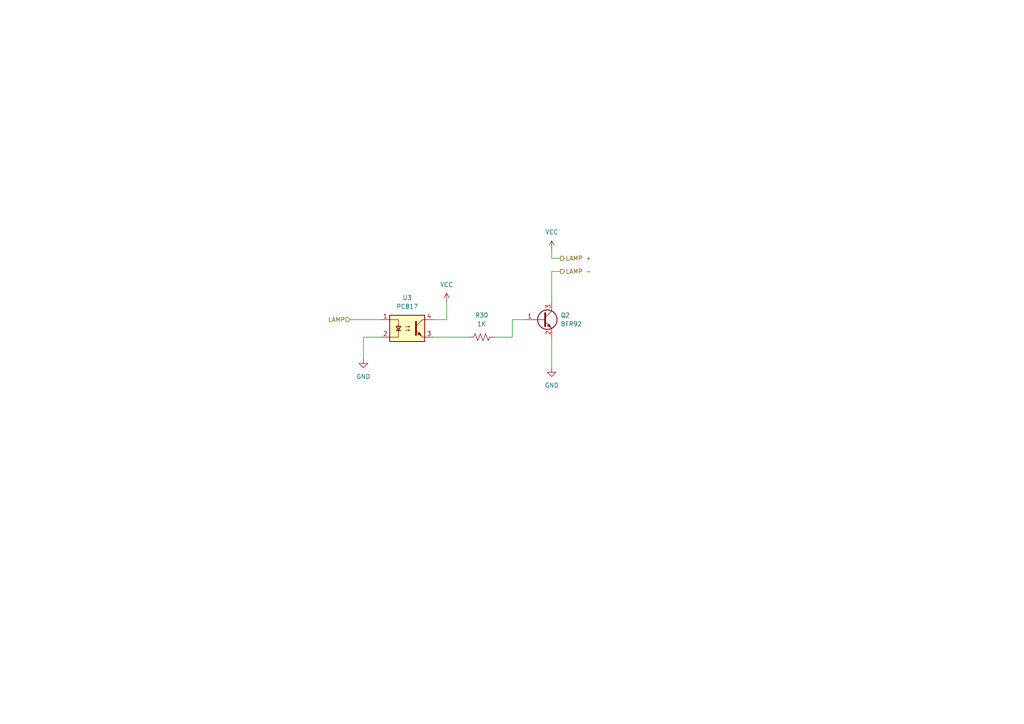
<source format=kicad_sch>
(kicad_sch
	(version 20250114)
	(generator "eeschema")
	(generator_version "9.0")
	(uuid "7af4de6e-7d3d-45c4-ad90-63caa575cb0c")
	(paper "A4")
	(lib_symbols
		(symbol "Device:R_US"
			(pin_numbers
				(hide yes)
			)
			(pin_names
				(offset 0)
			)
			(exclude_from_sim no)
			(in_bom yes)
			(on_board yes)
			(property "Reference" "R"
				(at 2.54 0 90)
				(effects
					(font
						(size 1.27 1.27)
					)
				)
			)
			(property "Value" "R_US"
				(at -2.54 0 90)
				(effects
					(font
						(size 1.27 1.27)
					)
				)
			)
			(property "Footprint" ""
				(at 1.016 -0.254 90)
				(effects
					(font
						(size 1.27 1.27)
					)
					(hide yes)
				)
			)
			(property "Datasheet" "~"
				(at 0 0 0)
				(effects
					(font
						(size 1.27 1.27)
					)
					(hide yes)
				)
			)
			(property "Description" "Resistor, US symbol"
				(at 0 0 0)
				(effects
					(font
						(size 1.27 1.27)
					)
					(hide yes)
				)
			)
			(property "ki_keywords" "R res resistor"
				(at 0 0 0)
				(effects
					(font
						(size 1.27 1.27)
					)
					(hide yes)
				)
			)
			(property "ki_fp_filters" "R_*"
				(at 0 0 0)
				(effects
					(font
						(size 1.27 1.27)
					)
					(hide yes)
				)
			)
			(symbol "R_US_0_1"
				(polyline
					(pts
						(xy 0 2.286) (xy 0 2.54)
					)
					(stroke
						(width 0)
						(type default)
					)
					(fill
						(type none)
					)
				)
				(polyline
					(pts
						(xy 0 2.286) (xy 1.016 1.905) (xy 0 1.524) (xy -1.016 1.143) (xy 0 0.762)
					)
					(stroke
						(width 0)
						(type default)
					)
					(fill
						(type none)
					)
				)
				(polyline
					(pts
						(xy 0 0.762) (xy 1.016 0.381) (xy 0 0) (xy -1.016 -0.381) (xy 0 -0.762)
					)
					(stroke
						(width 0)
						(type default)
					)
					(fill
						(type none)
					)
				)
				(polyline
					(pts
						(xy 0 -0.762) (xy 1.016 -1.143) (xy 0 -1.524) (xy -1.016 -1.905) (xy 0 -2.286)
					)
					(stroke
						(width 0)
						(type default)
					)
					(fill
						(type none)
					)
				)
				(polyline
					(pts
						(xy 0 -2.286) (xy 0 -2.54)
					)
					(stroke
						(width 0)
						(type default)
					)
					(fill
						(type none)
					)
				)
			)
			(symbol "R_US_1_1"
				(pin passive line
					(at 0 3.81 270)
					(length 1.27)
					(name "~"
						(effects
							(font
								(size 1.27 1.27)
							)
						)
					)
					(number "1"
						(effects
							(font
								(size 1.27 1.27)
							)
						)
					)
				)
				(pin passive line
					(at 0 -3.81 90)
					(length 1.27)
					(name "~"
						(effects
							(font
								(size 1.27 1.27)
							)
						)
					)
					(number "2"
						(effects
							(font
								(size 1.27 1.27)
							)
						)
					)
				)
			)
			(embedded_fonts no)
		)
		(symbol "Isolator:PC817"
			(pin_names
				(offset 1.016)
			)
			(exclude_from_sim no)
			(in_bom yes)
			(on_board yes)
			(property "Reference" "U"
				(at -5.08 5.08 0)
				(effects
					(font
						(size 1.27 1.27)
					)
					(justify left)
				)
			)
			(property "Value" "PC817"
				(at 0 5.08 0)
				(effects
					(font
						(size 1.27 1.27)
					)
					(justify left)
				)
			)
			(property "Footprint" "Package_DIP:DIP-4_W7.62mm"
				(at -5.08 -5.08 0)
				(effects
					(font
						(size 1.27 1.27)
						(italic yes)
					)
					(justify left)
					(hide yes)
				)
			)
			(property "Datasheet" "http://www.soselectronic.cz/a_info/resource/d/pc817.pdf"
				(at 0 0 0)
				(effects
					(font
						(size 1.27 1.27)
					)
					(justify left)
					(hide yes)
				)
			)
			(property "Description" "DC Optocoupler, Vce 35V, CTR 50-300%, DIP-4"
				(at 0 0 0)
				(effects
					(font
						(size 1.27 1.27)
					)
					(hide yes)
				)
			)
			(property "ki_keywords" "NPN DC Optocoupler"
				(at 0 0 0)
				(effects
					(font
						(size 1.27 1.27)
					)
					(hide yes)
				)
			)
			(property "ki_fp_filters" "DIP*W7.62mm*"
				(at 0 0 0)
				(effects
					(font
						(size 1.27 1.27)
					)
					(hide yes)
				)
			)
			(symbol "PC817_0_1"
				(rectangle
					(start -5.08 3.81)
					(end 5.08 -3.81)
					(stroke
						(width 0.254)
						(type default)
					)
					(fill
						(type background)
					)
				)
				(polyline
					(pts
						(xy -5.08 2.54) (xy -2.54 2.54) (xy -2.54 -0.635)
					)
					(stroke
						(width 0)
						(type default)
					)
					(fill
						(type none)
					)
				)
				(polyline
					(pts
						(xy -3.175 -0.635) (xy -1.905 -0.635)
					)
					(stroke
						(width 0.254)
						(type default)
					)
					(fill
						(type none)
					)
				)
				(polyline
					(pts
						(xy -2.54 -0.635) (xy -2.54 -2.54) (xy -5.08 -2.54)
					)
					(stroke
						(width 0)
						(type default)
					)
					(fill
						(type none)
					)
				)
				(polyline
					(pts
						(xy -2.54 -0.635) (xy -3.175 0.635) (xy -1.905 0.635) (xy -2.54 -0.635)
					)
					(stroke
						(width 0.254)
						(type default)
					)
					(fill
						(type none)
					)
				)
				(polyline
					(pts
						(xy -0.508 0.508) (xy 0.762 0.508) (xy 0.381 0.381) (xy 0.381 0.635) (xy 0.762 0.508)
					)
					(stroke
						(width 0)
						(type default)
					)
					(fill
						(type none)
					)
				)
				(polyline
					(pts
						(xy -0.508 -0.508) (xy 0.762 -0.508) (xy 0.381 -0.635) (xy 0.381 -0.381) (xy 0.762 -0.508)
					)
					(stroke
						(width 0)
						(type default)
					)
					(fill
						(type none)
					)
				)
				(polyline
					(pts
						(xy 2.54 1.905) (xy 2.54 -1.905) (xy 2.54 -1.905)
					)
					(stroke
						(width 0.508)
						(type default)
					)
					(fill
						(type none)
					)
				)
				(polyline
					(pts
						(xy 2.54 0.635) (xy 4.445 2.54)
					)
					(stroke
						(width 0)
						(type default)
					)
					(fill
						(type none)
					)
				)
				(polyline
					(pts
						(xy 3.048 -1.651) (xy 3.556 -1.143) (xy 4.064 -2.159) (xy 3.048 -1.651) (xy 3.048 -1.651)
					)
					(stroke
						(width 0)
						(type default)
					)
					(fill
						(type outline)
					)
				)
				(polyline
					(pts
						(xy 4.445 2.54) (xy 5.08 2.54)
					)
					(stroke
						(width 0)
						(type default)
					)
					(fill
						(type none)
					)
				)
				(polyline
					(pts
						(xy 4.445 -2.54) (xy 2.54 -0.635)
					)
					(stroke
						(width 0)
						(type default)
					)
					(fill
						(type outline)
					)
				)
				(polyline
					(pts
						(xy 4.445 -2.54) (xy 5.08 -2.54)
					)
					(stroke
						(width 0)
						(type default)
					)
					(fill
						(type none)
					)
				)
			)
			(symbol "PC817_1_1"
				(pin passive line
					(at -7.62 2.54 0)
					(length 2.54)
					(name "~"
						(effects
							(font
								(size 1.27 1.27)
							)
						)
					)
					(number "1"
						(effects
							(font
								(size 1.27 1.27)
							)
						)
					)
				)
				(pin passive line
					(at -7.62 -2.54 0)
					(length 2.54)
					(name "~"
						(effects
							(font
								(size 1.27 1.27)
							)
						)
					)
					(number "2"
						(effects
							(font
								(size 1.27 1.27)
							)
						)
					)
				)
				(pin passive line
					(at 7.62 2.54 180)
					(length 2.54)
					(name "~"
						(effects
							(font
								(size 1.27 1.27)
							)
						)
					)
					(number "4"
						(effects
							(font
								(size 1.27 1.27)
							)
						)
					)
				)
				(pin passive line
					(at 7.62 -2.54 180)
					(length 2.54)
					(name "~"
						(effects
							(font
								(size 1.27 1.27)
							)
						)
					)
					(number "3"
						(effects
							(font
								(size 1.27 1.27)
							)
						)
					)
				)
			)
			(embedded_fonts no)
		)
		(symbol "Transistor_BJT:BFR92"
			(pin_names
				(offset 0)
				(hide yes)
			)
			(exclude_from_sim no)
			(in_bom yes)
			(on_board yes)
			(property "Reference" "Q"
				(at 5.08 1.905 0)
				(effects
					(font
						(size 1.27 1.27)
					)
					(justify left)
				)
			)
			(property "Value" "BFR92"
				(at 5.08 0 0)
				(effects
					(font
						(size 1.27 1.27)
					)
					(justify left)
				)
			)
			(property "Footprint" "Package_TO_SOT_SMD:SOT-323_SC-70"
				(at 5.08 -1.905 0)
				(effects
					(font
						(size 1.27 1.27)
						(italic yes)
					)
					(justify left)
					(hide yes)
				)
			)
			(property "Datasheet" "https://assets.nexperia.com/documents/data-sheet/BFR92A_N.pdf"
				(at 0 0 0)
				(effects
					(font
						(size 1.27 1.27)
					)
					(justify left)
					(hide yes)
				)
			)
			(property "Description" "0.025A Ic, 15V Vce, 5GHz Wideband NPN Transistor, SOT-323"
				(at 0 0 0)
				(effects
					(font
						(size 1.27 1.27)
					)
					(hide yes)
				)
			)
			(property "ki_keywords" "RF 5GHz NPN Transistor"
				(at 0 0 0)
				(effects
					(font
						(size 1.27 1.27)
					)
					(hide yes)
				)
			)
			(property "ki_fp_filters" "SOT?323*"
				(at 0 0 0)
				(effects
					(font
						(size 1.27 1.27)
					)
					(hide yes)
				)
			)
			(symbol "BFR92_0_1"
				(polyline
					(pts
						(xy -2.54 0) (xy 0.635 0)
					)
					(stroke
						(width 0)
						(type default)
					)
					(fill
						(type none)
					)
				)
				(polyline
					(pts
						(xy 0.635 1.905) (xy 0.635 -1.905)
					)
					(stroke
						(width 0.508)
						(type default)
					)
					(fill
						(type none)
					)
				)
				(circle
					(center 1.27 0)
					(radius 2.8194)
					(stroke
						(width 0.254)
						(type default)
					)
					(fill
						(type none)
					)
				)
			)
			(symbol "BFR92_1_1"
				(polyline
					(pts
						(xy 0.635 0.635) (xy 2.54 2.54)
					)
					(stroke
						(width 0)
						(type default)
					)
					(fill
						(type none)
					)
				)
				(polyline
					(pts
						(xy 0.635 -0.635) (xy 2.54 -2.54)
					)
					(stroke
						(width 0)
						(type default)
					)
					(fill
						(type none)
					)
				)
				(polyline
					(pts
						(xy 1.27 -1.778) (xy 1.778 -1.27) (xy 2.286 -2.286) (xy 1.27 -1.778)
					)
					(stroke
						(width 0)
						(type default)
					)
					(fill
						(type outline)
					)
				)
				(pin input line
					(at -5.08 0 0)
					(length 2.54)
					(name "B"
						(effects
							(font
								(size 1.27 1.27)
							)
						)
					)
					(number "1"
						(effects
							(font
								(size 1.27 1.27)
							)
						)
					)
				)
				(pin passive line
					(at 2.54 5.08 270)
					(length 2.54)
					(name "C"
						(effects
							(font
								(size 1.27 1.27)
							)
						)
					)
					(number "3"
						(effects
							(font
								(size 1.27 1.27)
							)
						)
					)
				)
				(pin passive line
					(at 2.54 -5.08 90)
					(length 2.54)
					(name "E"
						(effects
							(font
								(size 1.27 1.27)
							)
						)
					)
					(number "2"
						(effects
							(font
								(size 1.27 1.27)
							)
						)
					)
				)
			)
			(embedded_fonts no)
		)
		(symbol "power:GND"
			(power)
			(pin_numbers
				(hide yes)
			)
			(pin_names
				(offset 0)
				(hide yes)
			)
			(exclude_from_sim no)
			(in_bom yes)
			(on_board yes)
			(property "Reference" "#PWR"
				(at 0 -6.35 0)
				(effects
					(font
						(size 1.27 1.27)
					)
					(hide yes)
				)
			)
			(property "Value" "GND"
				(at 0 -3.81 0)
				(effects
					(font
						(size 1.27 1.27)
					)
				)
			)
			(property "Footprint" ""
				(at 0 0 0)
				(effects
					(font
						(size 1.27 1.27)
					)
					(hide yes)
				)
			)
			(property "Datasheet" ""
				(at 0 0 0)
				(effects
					(font
						(size 1.27 1.27)
					)
					(hide yes)
				)
			)
			(property "Description" "Power symbol creates a global label with name \"GND\" , ground"
				(at 0 0 0)
				(effects
					(font
						(size 1.27 1.27)
					)
					(hide yes)
				)
			)
			(property "ki_keywords" "global power"
				(at 0 0 0)
				(effects
					(font
						(size 1.27 1.27)
					)
					(hide yes)
				)
			)
			(symbol "GND_0_1"
				(polyline
					(pts
						(xy 0 0) (xy 0 -1.27) (xy 1.27 -1.27) (xy 0 -2.54) (xy -1.27 -1.27) (xy 0 -1.27)
					)
					(stroke
						(width 0)
						(type default)
					)
					(fill
						(type none)
					)
				)
			)
			(symbol "GND_1_1"
				(pin power_in line
					(at 0 0 270)
					(length 0)
					(name "~"
						(effects
							(font
								(size 1.27 1.27)
							)
						)
					)
					(number "1"
						(effects
							(font
								(size 1.27 1.27)
							)
						)
					)
				)
			)
			(embedded_fonts no)
		)
		(symbol "power:VCC"
			(power)
			(pin_numbers
				(hide yes)
			)
			(pin_names
				(offset 0)
				(hide yes)
			)
			(exclude_from_sim no)
			(in_bom yes)
			(on_board yes)
			(property "Reference" "#PWR"
				(at 0 -3.81 0)
				(effects
					(font
						(size 1.27 1.27)
					)
					(hide yes)
				)
			)
			(property "Value" "VCC"
				(at 0 3.556 0)
				(effects
					(font
						(size 1.27 1.27)
					)
				)
			)
			(property "Footprint" ""
				(at 0 0 0)
				(effects
					(font
						(size 1.27 1.27)
					)
					(hide yes)
				)
			)
			(property "Datasheet" ""
				(at 0 0 0)
				(effects
					(font
						(size 1.27 1.27)
					)
					(hide yes)
				)
			)
			(property "Description" "Power symbol creates a global label with name \"VCC\""
				(at 0 0 0)
				(effects
					(font
						(size 1.27 1.27)
					)
					(hide yes)
				)
			)
			(property "ki_keywords" "global power"
				(at 0 0 0)
				(effects
					(font
						(size 1.27 1.27)
					)
					(hide yes)
				)
			)
			(symbol "VCC_0_1"
				(polyline
					(pts
						(xy -0.762 1.27) (xy 0 2.54)
					)
					(stroke
						(width 0)
						(type default)
					)
					(fill
						(type none)
					)
				)
				(polyline
					(pts
						(xy 0 2.54) (xy 0.762 1.27)
					)
					(stroke
						(width 0)
						(type default)
					)
					(fill
						(type none)
					)
				)
				(polyline
					(pts
						(xy 0 0) (xy 0 2.54)
					)
					(stroke
						(width 0)
						(type default)
					)
					(fill
						(type none)
					)
				)
			)
			(symbol "VCC_1_1"
				(pin power_in line
					(at 0 0 90)
					(length 0)
					(name "~"
						(effects
							(font
								(size 1.27 1.27)
							)
						)
					)
					(number "1"
						(effects
							(font
								(size 1.27 1.27)
							)
						)
					)
				)
			)
			(embedded_fonts no)
		)
	)
	(wire
		(pts
			(xy 152.4 92.71) (xy 148.59 92.71)
		)
		(stroke
			(width 0)
			(type default)
		)
		(uuid "0651d3f9-1785-422c-a72e-2b334624f9ae")
	)
	(wire
		(pts
			(xy 160.02 72.39) (xy 160.02 74.93)
		)
		(stroke
			(width 0)
			(type default)
		)
		(uuid "0bc12fdd-5c74-45a8-9681-68d8f12435b5")
	)
	(wire
		(pts
			(xy 148.59 92.71) (xy 148.59 97.79)
		)
		(stroke
			(width 0)
			(type default)
		)
		(uuid "252aadb3-a924-4645-aa11-09fbc40c9235")
	)
	(wire
		(pts
			(xy 105.41 97.79) (xy 105.41 104.14)
		)
		(stroke
			(width 0)
			(type default)
		)
		(uuid "4b229dcb-e85b-48cc-ad1f-275ba9904b9f")
	)
	(wire
		(pts
			(xy 148.59 97.79) (xy 143.51 97.79)
		)
		(stroke
			(width 0)
			(type default)
		)
		(uuid "7c1a55f7-b7cd-4d05-8c3f-2afed2dcdaa1")
	)
	(wire
		(pts
			(xy 160.02 78.74) (xy 162.56 78.74)
		)
		(stroke
			(width 0)
			(type default)
		)
		(uuid "8180dd07-db9d-4183-9f14-647763982c3e")
	)
	(wire
		(pts
			(xy 125.73 92.71) (xy 129.54 92.71)
		)
		(stroke
			(width 0)
			(type default)
		)
		(uuid "8564afdc-6791-46a3-8fc9-04c8f56162df")
	)
	(wire
		(pts
			(xy 101.6 92.71) (xy 110.49 92.71)
		)
		(stroke
			(width 0)
			(type default)
		)
		(uuid "87c1c294-c9fd-4695-a518-5b375e12e3c4")
	)
	(wire
		(pts
			(xy 160.02 97.79) (xy 160.02 106.68)
		)
		(stroke
			(width 0)
			(type default)
		)
		(uuid "a101d121-fedd-4399-8913-f8336e23d6e2")
	)
	(wire
		(pts
			(xy 110.49 97.79) (xy 105.41 97.79)
		)
		(stroke
			(width 0)
			(type default)
		)
		(uuid "bc33cdf4-e07c-46e2-a269-0171862ef68a")
	)
	(wire
		(pts
			(xy 129.54 92.71) (xy 129.54 87.63)
		)
		(stroke
			(width 0)
			(type default)
		)
		(uuid "cf22ed15-e0fa-4fba-a992-60d54f9e0dc5")
	)
	(wire
		(pts
			(xy 160.02 87.63) (xy 160.02 78.74)
		)
		(stroke
			(width 0)
			(type default)
		)
		(uuid "eb3a812b-1301-4894-84a3-e5f9c9286443")
	)
	(wire
		(pts
			(xy 160.02 74.93) (xy 162.56 74.93)
		)
		(stroke
			(width 0)
			(type default)
		)
		(uuid "f8f9e7b8-1ec1-4cdc-afda-acf029552b2a")
	)
	(wire
		(pts
			(xy 125.73 97.79) (xy 135.89 97.79)
		)
		(stroke
			(width 0)
			(type default)
		)
		(uuid "fc25fda1-1d75-4749-b27b-1e0abb584d69")
	)
	(hierarchical_label "LAMP -"
		(shape output)
		(at 162.56 78.74 0)
		(effects
			(font
				(size 1.27 1.27)
			)
			(justify left)
		)
		(uuid "50892ace-ea91-49ea-a039-8b985987ad9c")
	)
	(hierarchical_label "LAMP"
		(shape input)
		(at 101.6 92.71 180)
		(effects
			(font
				(size 1.27 1.27)
			)
			(justify right)
		)
		(uuid "7391087b-baf1-438b-abea-f5e3f2174f76")
	)
	(hierarchical_label "LAMP +"
		(shape output)
		(at 162.56 74.93 0)
		(effects
			(font
				(size 1.27 1.27)
			)
			(justify left)
		)
		(uuid "b5cf707d-942e-4313-b393-963d77714a45")
	)
	(symbol
		(lib_id "power:VCC")
		(at 160.02 72.39 0)
		(unit 1)
		(exclude_from_sim no)
		(in_bom yes)
		(on_board yes)
		(dnp no)
		(fields_autoplaced yes)
		(uuid "100fa30f-cd12-4df6-a501-a6e7f90bd309")
		(property "Reference" "#PWR047"
			(at 160.02 76.2 0)
			(effects
				(font
					(size 1.27 1.27)
				)
				(hide yes)
			)
		)
		(property "Value" "VCC"
			(at 160.02 67.31 0)
			(effects
				(font
					(size 1.27 1.27)
				)
			)
		)
		(property "Footprint" ""
			(at 160.02 72.39 0)
			(effects
				(font
					(size 1.27 1.27)
				)
				(hide yes)
			)
		)
		(property "Datasheet" ""
			(at 160.02 72.39 0)
			(effects
				(font
					(size 1.27 1.27)
				)
				(hide yes)
			)
		)
		(property "Description" "Power symbol creates a global label with name \"VCC\""
			(at 160.02 72.39 0)
			(effects
				(font
					(size 1.27 1.27)
				)
				(hide yes)
			)
		)
		(pin "1"
			(uuid "ee1d668e-85cc-4f82-ad98-deeb8cb6151a")
		)
		(instances
			(project "micro autodoor"
				(path "/3dc9151e-2269-486b-a333-294da30e5c12/89682661-a5af-4e01-91f4-ddf79f61a74f/fb1be6a2-1904-4e68-857b-dfbe4dd02f87"
					(reference "#PWR047")
					(unit 1)
				)
			)
		)
	)
	(symbol
		(lib_id "power:GND")
		(at 160.02 106.68 0)
		(unit 1)
		(exclude_from_sim no)
		(in_bom yes)
		(on_board yes)
		(dnp no)
		(fields_autoplaced yes)
		(uuid "30403e9f-1d81-4d8d-b237-de6349fc39b4")
		(property "Reference" "#PWR046"
			(at 160.02 113.03 0)
			(effects
				(font
					(size 1.27 1.27)
				)
				(hide yes)
			)
		)
		(property "Value" "GND"
			(at 160.02 111.76 0)
			(effects
				(font
					(size 1.27 1.27)
				)
			)
		)
		(property "Footprint" ""
			(at 160.02 106.68 0)
			(effects
				(font
					(size 1.27 1.27)
				)
				(hide yes)
			)
		)
		(property "Datasheet" ""
			(at 160.02 106.68 0)
			(effects
				(font
					(size 1.27 1.27)
				)
				(hide yes)
			)
		)
		(property "Description" "Power symbol creates a global label with name \"GND\" , ground"
			(at 160.02 106.68 0)
			(effects
				(font
					(size 1.27 1.27)
				)
				(hide yes)
			)
		)
		(pin "1"
			(uuid "87c2d040-b964-40e4-bc72-b5b5204c31b6")
		)
		(instances
			(project "micro autodoor"
				(path "/3dc9151e-2269-486b-a333-294da30e5c12/89682661-a5af-4e01-91f4-ddf79f61a74f/fb1be6a2-1904-4e68-857b-dfbe4dd02f87"
					(reference "#PWR046")
					(unit 1)
				)
			)
		)
	)
	(symbol
		(lib_id "power:VCC")
		(at 129.54 87.63 0)
		(unit 1)
		(exclude_from_sim no)
		(in_bom yes)
		(on_board yes)
		(dnp no)
		(fields_autoplaced yes)
		(uuid "7532b04e-a7e0-43fb-9797-17884727373d")
		(property "Reference" "#PWR044"
			(at 129.54 91.44 0)
			(effects
				(font
					(size 1.27 1.27)
				)
				(hide yes)
			)
		)
		(property "Value" "VCC"
			(at 129.54 82.55 0)
			(effects
				(font
					(size 1.27 1.27)
				)
			)
		)
		(property "Footprint" ""
			(at 129.54 87.63 0)
			(effects
				(font
					(size 1.27 1.27)
				)
				(hide yes)
			)
		)
		(property "Datasheet" ""
			(at 129.54 87.63 0)
			(effects
				(font
					(size 1.27 1.27)
				)
				(hide yes)
			)
		)
		(property "Description" "Power symbol creates a global label with name \"VCC\""
			(at 129.54 87.63 0)
			(effects
				(font
					(size 1.27 1.27)
				)
				(hide yes)
			)
		)
		(pin "1"
			(uuid "3c613a34-0cd2-4648-a24b-c92b4f3ae1f5")
		)
		(instances
			(project ""
				(path "/3dc9151e-2269-486b-a333-294da30e5c12/89682661-a5af-4e01-91f4-ddf79f61a74f/fb1be6a2-1904-4e68-857b-dfbe4dd02f87"
					(reference "#PWR044")
					(unit 1)
				)
			)
		)
	)
	(symbol
		(lib_id "Transistor_BJT:BFR92")
		(at 157.48 92.71 0)
		(unit 1)
		(exclude_from_sim no)
		(in_bom yes)
		(on_board yes)
		(dnp no)
		(fields_autoplaced yes)
		(uuid "891d80b3-3b41-489f-9970-166d7b1ad8bf")
		(property "Reference" "Q2"
			(at 162.56 91.4399 0)
			(effects
				(font
					(size 1.27 1.27)
				)
				(justify left)
			)
		)
		(property "Value" "BFR92"
			(at 162.56 93.9799 0)
			(effects
				(font
					(size 1.27 1.27)
				)
				(justify left)
			)
		)
		(property "Footprint" "Package_TO_SOT_SMD:SOT-323_SC-70"
			(at 162.56 94.615 0)
			(effects
				(font
					(size 1.27 1.27)
					(italic yes)
				)
				(justify left)
				(hide yes)
			)
		)
		(property "Datasheet" "https://assets.nexperia.com/documents/data-sheet/BFR92A_N.pdf"
			(at 157.48 92.71 0)
			(effects
				(font
					(size 1.27 1.27)
				)
				(justify left)
				(hide yes)
			)
		)
		(property "Description" "0.025A Ic, 15V Vce, 5GHz Wideband NPN Transistor, SOT-323"
			(at 157.48 92.71 0)
			(effects
				(font
					(size 1.27 1.27)
				)
				(hide yes)
			)
		)
		(pin "2"
			(uuid "61b33a3f-30f9-4814-b411-5bf2a123ccd2")
		)
		(pin "1"
			(uuid "8bd7dcff-ed66-48d5-b150-221677980eb6")
		)
		(pin "3"
			(uuid "602adce4-2bbf-49b0-952f-e69c8ce33cfa")
		)
		(instances
			(project ""
				(path "/3dc9151e-2269-486b-a333-294da30e5c12/89682661-a5af-4e01-91f4-ddf79f61a74f/fb1be6a2-1904-4e68-857b-dfbe4dd02f87"
					(reference "Q2")
					(unit 1)
				)
			)
		)
	)
	(symbol
		(lib_id "Device:R_US")
		(at 139.7 97.79 90)
		(unit 1)
		(exclude_from_sim no)
		(in_bom yes)
		(on_board yes)
		(dnp no)
		(fields_autoplaced yes)
		(uuid "b243128e-13c4-48dc-b584-feb4a601f04e")
		(property "Reference" "R30"
			(at 139.7 91.44 90)
			(effects
				(font
					(size 1.27 1.27)
				)
			)
		)
		(property "Value" "1K"
			(at 139.7 93.98 90)
			(effects
				(font
					(size 1.27 1.27)
				)
			)
		)
		(property "Footprint" ""
			(at 139.954 96.774 90)
			(effects
				(font
					(size 1.27 1.27)
				)
				(hide yes)
			)
		)
		(property "Datasheet" "~"
			(at 139.7 97.79 0)
			(effects
				(font
					(size 1.27 1.27)
				)
				(hide yes)
			)
		)
		(property "Description" "Resistor, US symbol"
			(at 139.7 97.79 0)
			(effects
				(font
					(size 1.27 1.27)
				)
				(hide yes)
			)
		)
		(pin "1"
			(uuid "bf6bd5b3-ae3e-4415-abee-3e4e3c31be2e")
		)
		(pin "2"
			(uuid "a5090e52-ebce-4de5-873f-a4cefaf6e141")
		)
		(instances
			(project ""
				(path "/3dc9151e-2269-486b-a333-294da30e5c12/89682661-a5af-4e01-91f4-ddf79f61a74f/fb1be6a2-1904-4e68-857b-dfbe4dd02f87"
					(reference "R30")
					(unit 1)
				)
			)
		)
	)
	(symbol
		(lib_id "power:GND")
		(at 105.41 104.14 0)
		(unit 1)
		(exclude_from_sim no)
		(in_bom yes)
		(on_board yes)
		(dnp no)
		(fields_autoplaced yes)
		(uuid "de08fc03-8b58-43e1-8c46-0dbdafaadb84")
		(property "Reference" "#PWR045"
			(at 105.41 110.49 0)
			(effects
				(font
					(size 1.27 1.27)
				)
				(hide yes)
			)
		)
		(property "Value" "GND"
			(at 105.41 109.22 0)
			(effects
				(font
					(size 1.27 1.27)
				)
			)
		)
		(property "Footprint" ""
			(at 105.41 104.14 0)
			(effects
				(font
					(size 1.27 1.27)
				)
				(hide yes)
			)
		)
		(property "Datasheet" ""
			(at 105.41 104.14 0)
			(effects
				(font
					(size 1.27 1.27)
				)
				(hide yes)
			)
		)
		(property "Description" "Power symbol creates a global label with name \"GND\" , ground"
			(at 105.41 104.14 0)
			(effects
				(font
					(size 1.27 1.27)
				)
				(hide yes)
			)
		)
		(pin "1"
			(uuid "52c3022c-bb90-4e36-a4a3-c8f71e0155ce")
		)
		(instances
			(project ""
				(path "/3dc9151e-2269-486b-a333-294da30e5c12/89682661-a5af-4e01-91f4-ddf79f61a74f/fb1be6a2-1904-4e68-857b-dfbe4dd02f87"
					(reference "#PWR045")
					(unit 1)
				)
			)
		)
	)
	(symbol
		(lib_id "Isolator:PC817")
		(at 118.11 95.25 0)
		(unit 1)
		(exclude_from_sim no)
		(in_bom yes)
		(on_board yes)
		(dnp no)
		(fields_autoplaced yes)
		(uuid "f5efb4b8-448f-40df-8f11-8dc73d307fd4")
		(property "Reference" "U3"
			(at 118.11 86.36 0)
			(effects
				(font
					(size 1.27 1.27)
				)
			)
		)
		(property "Value" "PC817"
			(at 118.11 88.9 0)
			(effects
				(font
					(size 1.27 1.27)
				)
			)
		)
		(property "Footprint" "Package_DIP:DIP-4_W7.62mm"
			(at 113.03 100.33 0)
			(effects
				(font
					(size 1.27 1.27)
					(italic yes)
				)
				(justify left)
				(hide yes)
			)
		)
		(property "Datasheet" "http://www.soselectronic.cz/a_info/resource/d/pc817.pdf"
			(at 118.11 95.25 0)
			(effects
				(font
					(size 1.27 1.27)
				)
				(justify left)
				(hide yes)
			)
		)
		(property "Description" "DC Optocoupler, Vce 35V, CTR 50-300%, DIP-4"
			(at 118.11 95.25 0)
			(effects
				(font
					(size 1.27 1.27)
				)
				(hide yes)
			)
		)
		(pin "3"
			(uuid "252065fa-4982-4584-b06c-871ed2c70533")
		)
		(pin "1"
			(uuid "eeaf4aa1-9305-473b-9130-6000ce0f5524")
		)
		(pin "2"
			(uuid "1a33f5d5-dc21-42d2-bebd-acf9318a6931")
		)
		(pin "4"
			(uuid "8391841c-d7ab-43bb-96dc-3f6d8b213b7f")
		)
		(instances
			(project ""
				(path "/3dc9151e-2269-486b-a333-294da30e5c12/89682661-a5af-4e01-91f4-ddf79f61a74f/fb1be6a2-1904-4e68-857b-dfbe4dd02f87"
					(reference "U3")
					(unit 1)
				)
			)
		)
	)
)

</source>
